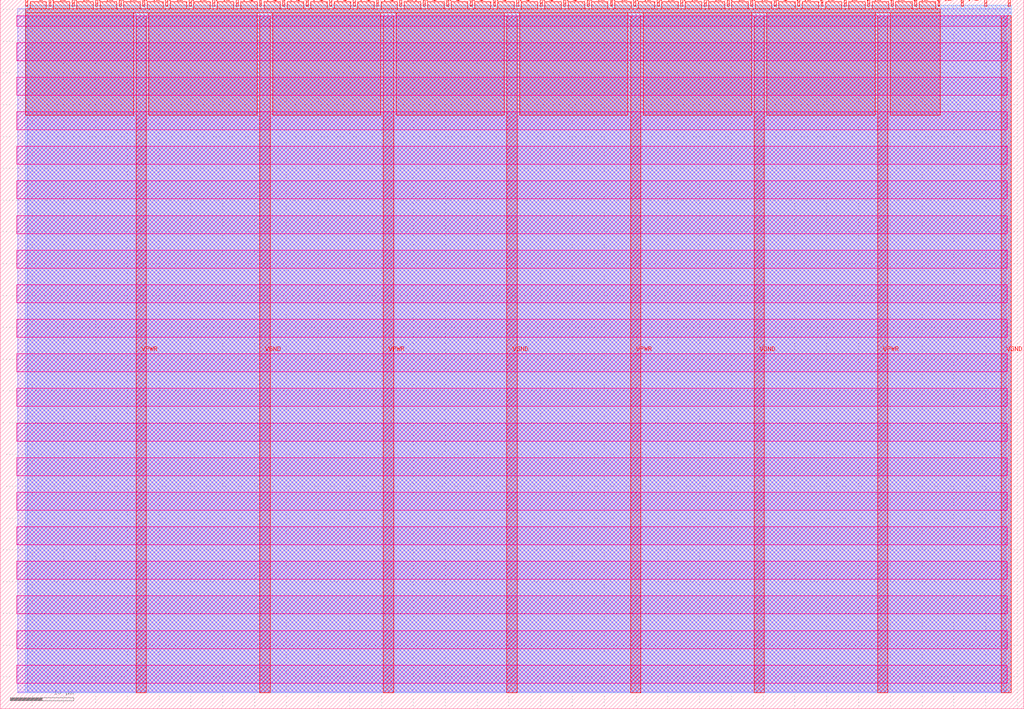
<source format=lef>
VERSION 5.7 ;
  NOWIREEXTENSIONATPIN ON ;
  DIVIDERCHAR "/" ;
  BUSBITCHARS "[]" ;
MACRO tt_um_nubcore_default_tape
  CLASS BLOCK ;
  FOREIGN tt_um_nubcore_default_tape ;
  ORIGIN 0.000 0.000 ;
  SIZE 161.000 BY 111.520 ;
  PIN VGND
    DIRECTION INOUT ;
    USE GROUND ;
    PORT
      LAYER met4 ;
        RECT 40.830 2.480 42.430 109.040 ;
    END
    PORT
      LAYER met4 ;
        RECT 79.700 2.480 81.300 109.040 ;
    END
    PORT
      LAYER met4 ;
        RECT 118.570 2.480 120.170 109.040 ;
    END
    PORT
      LAYER met4 ;
        RECT 157.440 2.480 159.040 109.040 ;
    END
  END VGND
  PIN VPWR
    DIRECTION INOUT ;
    USE POWER ;
    PORT
      LAYER met4 ;
        RECT 21.395 2.480 22.995 109.040 ;
    END
    PORT
      LAYER met4 ;
        RECT 60.265 2.480 61.865 109.040 ;
    END
    PORT
      LAYER met4 ;
        RECT 99.135 2.480 100.735 109.040 ;
    END
    PORT
      LAYER met4 ;
        RECT 138.005 2.480 139.605 109.040 ;
    END
  END VPWR
  PIN clk
    DIRECTION INPUT ;
    USE SIGNAL ;
    PORT
      LAYER met4 ;
        RECT 154.870 110.520 155.170 111.520 ;
    END
  END clk
  PIN ena
    DIRECTION INPUT ;
    USE SIGNAL ;
    PORT
      LAYER met4 ;
        RECT 158.550 110.520 158.850 111.520 ;
    END
  END ena
  PIN rst_n
    DIRECTION INPUT ;
    USE SIGNAL ;
    PORT
      LAYER met4 ;
        RECT 151.190 110.520 151.490 111.520 ;
    END
  END rst_n
  PIN ui_in[0]
    DIRECTION INPUT ;
    USE SIGNAL ;
    ANTENNAGATEAREA 0.196500 ;
    PORT
      LAYER met4 ;
        RECT 147.510 110.520 147.810 111.520 ;
    END
  END ui_in[0]
  PIN ui_in[1]
    DIRECTION INPUT ;
    USE SIGNAL ;
    ANTENNAGATEAREA 0.213000 ;
    PORT
      LAYER met4 ;
        RECT 143.830 110.520 144.130 111.520 ;
    END
  END ui_in[1]
  PIN ui_in[2]
    DIRECTION INPUT ;
    USE SIGNAL ;
    ANTENNAGATEAREA 0.196500 ;
    PORT
      LAYER met4 ;
        RECT 140.150 110.520 140.450 111.520 ;
    END
  END ui_in[2]
  PIN ui_in[3]
    DIRECTION INPUT ;
    USE SIGNAL ;
    ANTENNAGATEAREA 0.196500 ;
    PORT
      LAYER met4 ;
        RECT 136.470 110.520 136.770 111.520 ;
    END
  END ui_in[3]
  PIN ui_in[4]
    DIRECTION INPUT ;
    USE SIGNAL ;
    ANTENNAGATEAREA 0.196500 ;
    PORT
      LAYER met4 ;
        RECT 132.790 110.520 133.090 111.520 ;
    END
  END ui_in[4]
  PIN ui_in[5]
    DIRECTION INPUT ;
    USE SIGNAL ;
    ANTENNAGATEAREA 0.196500 ;
    PORT
      LAYER met4 ;
        RECT 129.110 110.520 129.410 111.520 ;
    END
  END ui_in[5]
  PIN ui_in[6]
    DIRECTION INPUT ;
    USE SIGNAL ;
    ANTENNAGATEAREA 0.196500 ;
    PORT
      LAYER met4 ;
        RECT 125.430 110.520 125.730 111.520 ;
    END
  END ui_in[6]
  PIN ui_in[7]
    DIRECTION INPUT ;
    USE SIGNAL ;
    ANTENNAGATEAREA 0.213000 ;
    PORT
      LAYER met4 ;
        RECT 121.750 110.520 122.050 111.520 ;
    END
  END ui_in[7]
  PIN uio_in[0]
    DIRECTION INPUT ;
    USE SIGNAL ;
    ANTENNAGATEAREA 0.196500 ;
    PORT
      LAYER met4 ;
        RECT 118.070 110.520 118.370 111.520 ;
    END
  END uio_in[0]
  PIN uio_in[1]
    DIRECTION INPUT ;
    USE SIGNAL ;
    ANTENNAGATEAREA 0.213000 ;
    PORT
      LAYER met4 ;
        RECT 114.390 110.520 114.690 111.520 ;
    END
  END uio_in[1]
  PIN uio_in[2]
    DIRECTION INPUT ;
    USE SIGNAL ;
    ANTENNAGATEAREA 0.196500 ;
    PORT
      LAYER met4 ;
        RECT 110.710 110.520 111.010 111.520 ;
    END
  END uio_in[2]
  PIN uio_in[3]
    DIRECTION INPUT ;
    USE SIGNAL ;
    ANTENNAGATEAREA 0.196500 ;
    PORT
      LAYER met4 ;
        RECT 107.030 110.520 107.330 111.520 ;
    END
  END uio_in[3]
  PIN uio_in[4]
    DIRECTION INPUT ;
    USE SIGNAL ;
    ANTENNAGATEAREA 0.196500 ;
    PORT
      LAYER met4 ;
        RECT 103.350 110.520 103.650 111.520 ;
    END
  END uio_in[4]
  PIN uio_in[5]
    DIRECTION INPUT ;
    USE SIGNAL ;
    ANTENNAGATEAREA 0.196500 ;
    PORT
      LAYER met4 ;
        RECT 99.670 110.520 99.970 111.520 ;
    END
  END uio_in[5]
  PIN uio_in[6]
    DIRECTION INPUT ;
    USE SIGNAL ;
    ANTENNAGATEAREA 0.196500 ;
    PORT
      LAYER met4 ;
        RECT 95.990 110.520 96.290 111.520 ;
    END
  END uio_in[6]
  PIN uio_in[7]
    DIRECTION INPUT ;
    USE SIGNAL ;
    ANTENNAGATEAREA 0.213000 ;
    PORT
      LAYER met4 ;
        RECT 92.310 110.520 92.610 111.520 ;
    END
  END uio_in[7]
  PIN uio_oe[0]
    DIRECTION OUTPUT TRISTATE ;
    USE SIGNAL ;
    PORT
      LAYER met4 ;
        RECT 29.750 110.520 30.050 111.520 ;
    END
  END uio_oe[0]
  PIN uio_oe[1]
    DIRECTION OUTPUT TRISTATE ;
    USE SIGNAL ;
    PORT
      LAYER met4 ;
        RECT 26.070 110.520 26.370 111.520 ;
    END
  END uio_oe[1]
  PIN uio_oe[2]
    DIRECTION OUTPUT TRISTATE ;
    USE SIGNAL ;
    PORT
      LAYER met4 ;
        RECT 22.390 110.520 22.690 111.520 ;
    END
  END uio_oe[2]
  PIN uio_oe[3]
    DIRECTION OUTPUT TRISTATE ;
    USE SIGNAL ;
    PORT
      LAYER met4 ;
        RECT 18.710 110.520 19.010 111.520 ;
    END
  END uio_oe[3]
  PIN uio_oe[4]
    DIRECTION OUTPUT TRISTATE ;
    USE SIGNAL ;
    PORT
      LAYER met4 ;
        RECT 15.030 110.520 15.330 111.520 ;
    END
  END uio_oe[4]
  PIN uio_oe[5]
    DIRECTION OUTPUT TRISTATE ;
    USE SIGNAL ;
    PORT
      LAYER met4 ;
        RECT 11.350 110.520 11.650 111.520 ;
    END
  END uio_oe[5]
  PIN uio_oe[6]
    DIRECTION OUTPUT TRISTATE ;
    USE SIGNAL ;
    PORT
      LAYER met4 ;
        RECT 7.670 110.520 7.970 111.520 ;
    END
  END uio_oe[6]
  PIN uio_oe[7]
    DIRECTION OUTPUT TRISTATE ;
    USE SIGNAL ;
    PORT
      LAYER met4 ;
        RECT 3.990 110.520 4.290 111.520 ;
    END
  END uio_oe[7]
  PIN uio_out[0]
    DIRECTION OUTPUT TRISTATE ;
    USE SIGNAL ;
    PORT
      LAYER met4 ;
        RECT 59.190 110.520 59.490 111.520 ;
    END
  END uio_out[0]
  PIN uio_out[1]
    DIRECTION OUTPUT TRISTATE ;
    USE SIGNAL ;
    PORT
      LAYER met4 ;
        RECT 55.510 110.520 55.810 111.520 ;
    END
  END uio_out[1]
  PIN uio_out[2]
    DIRECTION OUTPUT TRISTATE ;
    USE SIGNAL ;
    PORT
      LAYER met4 ;
        RECT 51.830 110.520 52.130 111.520 ;
    END
  END uio_out[2]
  PIN uio_out[3]
    DIRECTION OUTPUT TRISTATE ;
    USE SIGNAL ;
    PORT
      LAYER met4 ;
        RECT 48.150 110.520 48.450 111.520 ;
    END
  END uio_out[3]
  PIN uio_out[4]
    DIRECTION OUTPUT TRISTATE ;
    USE SIGNAL ;
    PORT
      LAYER met4 ;
        RECT 44.470 110.520 44.770 111.520 ;
    END
  END uio_out[4]
  PIN uio_out[5]
    DIRECTION OUTPUT TRISTATE ;
    USE SIGNAL ;
    PORT
      LAYER met4 ;
        RECT 40.790 110.520 41.090 111.520 ;
    END
  END uio_out[5]
  PIN uio_out[6]
    DIRECTION OUTPUT TRISTATE ;
    USE SIGNAL ;
    PORT
      LAYER met4 ;
        RECT 37.110 110.520 37.410 111.520 ;
    END
  END uio_out[6]
  PIN uio_out[7]
    DIRECTION OUTPUT TRISTATE ;
    USE SIGNAL ;
    PORT
      LAYER met4 ;
        RECT 33.430 110.520 33.730 111.520 ;
    END
  END uio_out[7]
  PIN uo_out[0]
    DIRECTION OUTPUT TRISTATE ;
    USE SIGNAL ;
    ANTENNADIFFAREA 0.795200 ;
    PORT
      LAYER met4 ;
        RECT 88.630 110.520 88.930 111.520 ;
    END
  END uo_out[0]
  PIN uo_out[1]
    DIRECTION OUTPUT TRISTATE ;
    USE SIGNAL ;
    ANTENNADIFFAREA 1.721000 ;
    PORT
      LAYER met4 ;
        RECT 84.950 110.520 85.250 111.520 ;
    END
  END uo_out[1]
  PIN uo_out[2]
    DIRECTION OUTPUT TRISTATE ;
    USE SIGNAL ;
    ANTENNADIFFAREA 1.524450 ;
    PORT
      LAYER met4 ;
        RECT 81.270 110.520 81.570 111.520 ;
    END
  END uo_out[2]
  PIN uo_out[3]
    DIRECTION OUTPUT TRISTATE ;
    USE SIGNAL ;
    ANTENNADIFFAREA 1.524450 ;
    PORT
      LAYER met4 ;
        RECT 77.590 110.520 77.890 111.520 ;
    END
  END uo_out[3]
  PIN uo_out[4]
    DIRECTION OUTPUT TRISTATE ;
    USE SIGNAL ;
    ANTENNADIFFAREA 1.721000 ;
    PORT
      LAYER met4 ;
        RECT 73.910 110.520 74.210 111.520 ;
    END
  END uo_out[4]
  PIN uo_out[5]
    DIRECTION OUTPUT TRISTATE ;
    USE SIGNAL ;
    ANTENNADIFFAREA 1.721000 ;
    PORT
      LAYER met4 ;
        RECT 70.230 110.520 70.530 111.520 ;
    END
  END uo_out[5]
  PIN uo_out[6]
    DIRECTION OUTPUT TRISTATE ;
    USE SIGNAL ;
    ANTENNADIFFAREA 1.721000 ;
    PORT
      LAYER met4 ;
        RECT 66.550 110.520 66.850 111.520 ;
    END
  END uo_out[6]
  PIN uo_out[7]
    DIRECTION OUTPUT TRISTATE ;
    USE SIGNAL ;
    ANTENNADIFFAREA 1.721000 ;
    PORT
      LAYER met4 ;
        RECT 62.870 110.520 63.170 111.520 ;
    END
  END uo_out[7]
  OBS
      LAYER nwell ;
        RECT 2.570 107.385 158.430 108.990 ;
        RECT 2.570 101.945 158.430 104.775 ;
        RECT 2.570 96.505 158.430 99.335 ;
        RECT 2.570 91.065 158.430 93.895 ;
        RECT 2.570 85.625 158.430 88.455 ;
        RECT 2.570 80.185 158.430 83.015 ;
        RECT 2.570 74.745 158.430 77.575 ;
        RECT 2.570 69.305 158.430 72.135 ;
        RECT 2.570 63.865 158.430 66.695 ;
        RECT 2.570 58.425 158.430 61.255 ;
        RECT 2.570 52.985 158.430 55.815 ;
        RECT 2.570 47.545 158.430 50.375 ;
        RECT 2.570 42.105 158.430 44.935 ;
        RECT 2.570 36.665 158.430 39.495 ;
        RECT 2.570 31.225 158.430 34.055 ;
        RECT 2.570 25.785 158.430 28.615 ;
        RECT 2.570 20.345 158.430 23.175 ;
        RECT 2.570 14.905 158.430 17.735 ;
        RECT 2.570 9.465 158.430 12.295 ;
        RECT 2.570 4.025 158.430 6.855 ;
      LAYER li1 ;
        RECT 2.760 2.635 158.240 108.885 ;
      LAYER met1 ;
        RECT 2.760 2.480 159.040 110.120 ;
      LAYER met2 ;
        RECT 4.230 2.535 159.010 110.685 ;
      LAYER met3 ;
        RECT 3.950 2.555 159.030 110.665 ;
      LAYER met4 ;
        RECT 4.690 110.120 7.270 111.170 ;
        RECT 8.370 110.120 10.950 111.170 ;
        RECT 12.050 110.120 14.630 111.170 ;
        RECT 15.730 110.120 18.310 111.170 ;
        RECT 19.410 110.120 21.990 111.170 ;
        RECT 23.090 110.120 25.670 111.170 ;
        RECT 26.770 110.120 29.350 111.170 ;
        RECT 30.450 110.120 33.030 111.170 ;
        RECT 34.130 110.120 36.710 111.170 ;
        RECT 37.810 110.120 40.390 111.170 ;
        RECT 41.490 110.120 44.070 111.170 ;
        RECT 45.170 110.120 47.750 111.170 ;
        RECT 48.850 110.120 51.430 111.170 ;
        RECT 52.530 110.120 55.110 111.170 ;
        RECT 56.210 110.120 58.790 111.170 ;
        RECT 59.890 110.120 62.470 111.170 ;
        RECT 63.570 110.120 66.150 111.170 ;
        RECT 67.250 110.120 69.830 111.170 ;
        RECT 70.930 110.120 73.510 111.170 ;
        RECT 74.610 110.120 77.190 111.170 ;
        RECT 78.290 110.120 80.870 111.170 ;
        RECT 81.970 110.120 84.550 111.170 ;
        RECT 85.650 110.120 88.230 111.170 ;
        RECT 89.330 110.120 91.910 111.170 ;
        RECT 93.010 110.120 95.590 111.170 ;
        RECT 96.690 110.120 99.270 111.170 ;
        RECT 100.370 110.120 102.950 111.170 ;
        RECT 104.050 110.120 106.630 111.170 ;
        RECT 107.730 110.120 110.310 111.170 ;
        RECT 111.410 110.120 113.990 111.170 ;
        RECT 115.090 110.120 117.670 111.170 ;
        RECT 118.770 110.120 121.350 111.170 ;
        RECT 122.450 110.120 125.030 111.170 ;
        RECT 126.130 110.120 128.710 111.170 ;
        RECT 129.810 110.120 132.390 111.170 ;
        RECT 133.490 110.120 136.070 111.170 ;
        RECT 137.170 110.120 139.750 111.170 ;
        RECT 140.850 110.120 143.430 111.170 ;
        RECT 144.530 110.120 147.110 111.170 ;
        RECT 3.975 109.440 147.825 110.120 ;
        RECT 3.975 93.335 20.995 109.440 ;
        RECT 23.395 93.335 40.430 109.440 ;
        RECT 42.830 93.335 59.865 109.440 ;
        RECT 62.265 93.335 79.300 109.440 ;
        RECT 81.700 93.335 98.735 109.440 ;
        RECT 101.135 93.335 118.170 109.440 ;
        RECT 120.570 93.335 137.605 109.440 ;
        RECT 140.005 93.335 147.825 109.440 ;
  END
END tt_um_nubcore_default_tape
END LIBRARY


</source>
